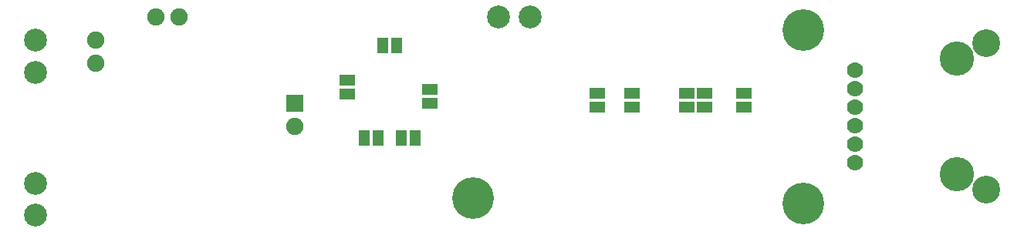
<source format=gbs>
G04 (created by PCBNEW-RS274X (2012-jan-04)-stable) date Fri 13 Apr 2012 11:09:43 PM EDT*
G01*
G70*
G90*
%MOIN*%
G04 Gerber Fmt 3.4, Leading zero omitted, Abs format*
%FSLAX34Y34*%
G04 APERTURE LIST*
%ADD10C,0.006000*%
%ADD11C,0.180000*%
%ADD12R,0.065000X0.045000*%
%ADD13R,0.045000X0.065000*%
%ADD14C,0.098700*%
%ADD15R,0.075000X0.075000*%
%ADD16C,0.075000*%
%ADD17C,0.070000*%
%ADD18C,0.120000*%
%ADD19C,0.148000*%
G04 APERTURE END LIST*
G54D10*
G54D11*
X28000Y-14500D03*
X42250Y-07250D03*
X42250Y-14750D03*
G54D12*
X33365Y-09975D03*
X33365Y-10575D03*
X37985Y-09975D03*
X37985Y-10575D03*
X34855Y-09975D03*
X34855Y-10575D03*
X37245Y-09975D03*
X37245Y-10575D03*
X39695Y-09975D03*
X39695Y-10575D03*
G54D13*
X23910Y-11920D03*
X23310Y-11920D03*
X24890Y-11920D03*
X25490Y-11920D03*
X24100Y-07900D03*
X24700Y-07900D03*
G54D12*
X26140Y-09820D03*
X26140Y-10420D03*
X22570Y-09390D03*
X22570Y-09990D03*
G54D14*
X09110Y-15239D03*
X09110Y-13861D03*
X30459Y-06680D03*
X29081Y-06680D03*
X09110Y-07681D03*
X09110Y-09059D03*
G54D15*
X20290Y-10390D03*
G54D16*
X20290Y-11390D03*
X11705Y-08685D03*
X11705Y-07685D03*
X15285Y-06665D03*
X14285Y-06665D03*
G54D17*
X44505Y-10565D03*
X44505Y-11365D03*
X44505Y-12165D03*
X44505Y-12965D03*
X44505Y-09765D03*
X44505Y-08965D03*
G54D18*
X50155Y-14140D03*
X50155Y-07790D03*
G54D19*
X48905Y-08465D03*
X48905Y-13465D03*
M02*

</source>
